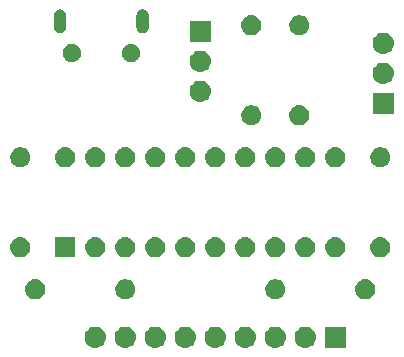
<source format=gbr>
G04 #@! TF.GenerationSoftware,KiCad,Pcbnew,(5.1.4)-1*
G04 #@! TF.CreationDate,2019-09-17T16:39:36-04:00*
G04 #@! TF.ProjectId,led_lock_ctrl,6c65645f-6c6f-4636-9b5f-6374726c2e6b,rev?*
G04 #@! TF.SameCoordinates,Original*
G04 #@! TF.FileFunction,Soldermask,Bot*
G04 #@! TF.FilePolarity,Negative*
%FSLAX46Y46*%
G04 Gerber Fmt 4.6, Leading zero omitted, Abs format (unit mm)*
G04 Created by KiCad (PCBNEW (5.1.4)-1) date 2019-09-17 16:39:36*
%MOMM*%
%LPD*%
G04 APERTURE LIST*
%ADD10C,0.100000*%
G04 APERTURE END LIST*
D10*
G36*
X172576443Y-115691519D02*
G01*
X172642627Y-115698037D01*
X172812466Y-115749557D01*
X172968991Y-115833222D01*
X173004729Y-115862552D01*
X173106186Y-115945814D01*
X173189448Y-116047271D01*
X173218778Y-116083009D01*
X173302443Y-116239534D01*
X173353963Y-116409373D01*
X173371359Y-116586000D01*
X173353963Y-116762627D01*
X173302443Y-116932466D01*
X173218778Y-117088991D01*
X173189448Y-117124729D01*
X173106186Y-117226186D01*
X173004729Y-117309448D01*
X172968991Y-117338778D01*
X172812466Y-117422443D01*
X172642627Y-117473963D01*
X172576442Y-117480482D01*
X172510260Y-117487000D01*
X172421740Y-117487000D01*
X172355558Y-117480482D01*
X172289373Y-117473963D01*
X172119534Y-117422443D01*
X171963009Y-117338778D01*
X171927271Y-117309448D01*
X171825814Y-117226186D01*
X171742552Y-117124729D01*
X171713222Y-117088991D01*
X171629557Y-116932466D01*
X171578037Y-116762627D01*
X171560641Y-116586000D01*
X171578037Y-116409373D01*
X171629557Y-116239534D01*
X171713222Y-116083009D01*
X171742552Y-116047271D01*
X171825814Y-115945814D01*
X171927271Y-115862552D01*
X171963009Y-115833222D01*
X172119534Y-115749557D01*
X172289373Y-115698037D01*
X172355557Y-115691519D01*
X172421740Y-115685000D01*
X172510260Y-115685000D01*
X172576443Y-115691519D01*
X172576443Y-115691519D01*
G37*
G36*
X175116443Y-115691519D02*
G01*
X175182627Y-115698037D01*
X175352466Y-115749557D01*
X175508991Y-115833222D01*
X175544729Y-115862552D01*
X175646186Y-115945814D01*
X175729448Y-116047271D01*
X175758778Y-116083009D01*
X175842443Y-116239534D01*
X175893963Y-116409373D01*
X175911359Y-116586000D01*
X175893963Y-116762627D01*
X175842443Y-116932466D01*
X175758778Y-117088991D01*
X175729448Y-117124729D01*
X175646186Y-117226186D01*
X175544729Y-117309448D01*
X175508991Y-117338778D01*
X175352466Y-117422443D01*
X175182627Y-117473963D01*
X175116442Y-117480482D01*
X175050260Y-117487000D01*
X174961740Y-117487000D01*
X174895558Y-117480482D01*
X174829373Y-117473963D01*
X174659534Y-117422443D01*
X174503009Y-117338778D01*
X174467271Y-117309448D01*
X174365814Y-117226186D01*
X174282552Y-117124729D01*
X174253222Y-117088991D01*
X174169557Y-116932466D01*
X174118037Y-116762627D01*
X174100641Y-116586000D01*
X174118037Y-116409373D01*
X174169557Y-116239534D01*
X174253222Y-116083009D01*
X174282552Y-116047271D01*
X174365814Y-115945814D01*
X174467271Y-115862552D01*
X174503009Y-115833222D01*
X174659534Y-115749557D01*
X174829373Y-115698037D01*
X174895557Y-115691519D01*
X174961740Y-115685000D01*
X175050260Y-115685000D01*
X175116443Y-115691519D01*
X175116443Y-115691519D01*
G37*
G36*
X177656443Y-115691519D02*
G01*
X177722627Y-115698037D01*
X177892466Y-115749557D01*
X178048991Y-115833222D01*
X178084729Y-115862552D01*
X178186186Y-115945814D01*
X178269448Y-116047271D01*
X178298778Y-116083009D01*
X178382443Y-116239534D01*
X178433963Y-116409373D01*
X178451359Y-116586000D01*
X178433963Y-116762627D01*
X178382443Y-116932466D01*
X178298778Y-117088991D01*
X178269448Y-117124729D01*
X178186186Y-117226186D01*
X178084729Y-117309448D01*
X178048991Y-117338778D01*
X177892466Y-117422443D01*
X177722627Y-117473963D01*
X177656442Y-117480482D01*
X177590260Y-117487000D01*
X177501740Y-117487000D01*
X177435558Y-117480482D01*
X177369373Y-117473963D01*
X177199534Y-117422443D01*
X177043009Y-117338778D01*
X177007271Y-117309448D01*
X176905814Y-117226186D01*
X176822552Y-117124729D01*
X176793222Y-117088991D01*
X176709557Y-116932466D01*
X176658037Y-116762627D01*
X176640641Y-116586000D01*
X176658037Y-116409373D01*
X176709557Y-116239534D01*
X176793222Y-116083009D01*
X176822552Y-116047271D01*
X176905814Y-115945814D01*
X177007271Y-115862552D01*
X177043009Y-115833222D01*
X177199534Y-115749557D01*
X177369373Y-115698037D01*
X177435557Y-115691519D01*
X177501740Y-115685000D01*
X177590260Y-115685000D01*
X177656443Y-115691519D01*
X177656443Y-115691519D01*
G37*
G36*
X180196443Y-115691519D02*
G01*
X180262627Y-115698037D01*
X180432466Y-115749557D01*
X180588991Y-115833222D01*
X180624729Y-115862552D01*
X180726186Y-115945814D01*
X180809448Y-116047271D01*
X180838778Y-116083009D01*
X180922443Y-116239534D01*
X180973963Y-116409373D01*
X180991359Y-116586000D01*
X180973963Y-116762627D01*
X180922443Y-116932466D01*
X180838778Y-117088991D01*
X180809448Y-117124729D01*
X180726186Y-117226186D01*
X180624729Y-117309448D01*
X180588991Y-117338778D01*
X180432466Y-117422443D01*
X180262627Y-117473963D01*
X180196442Y-117480482D01*
X180130260Y-117487000D01*
X180041740Y-117487000D01*
X179975558Y-117480482D01*
X179909373Y-117473963D01*
X179739534Y-117422443D01*
X179583009Y-117338778D01*
X179547271Y-117309448D01*
X179445814Y-117226186D01*
X179362552Y-117124729D01*
X179333222Y-117088991D01*
X179249557Y-116932466D01*
X179198037Y-116762627D01*
X179180641Y-116586000D01*
X179198037Y-116409373D01*
X179249557Y-116239534D01*
X179333222Y-116083009D01*
X179362552Y-116047271D01*
X179445814Y-115945814D01*
X179547271Y-115862552D01*
X179583009Y-115833222D01*
X179739534Y-115749557D01*
X179909373Y-115698037D01*
X179975557Y-115691519D01*
X180041740Y-115685000D01*
X180130260Y-115685000D01*
X180196443Y-115691519D01*
X180196443Y-115691519D01*
G37*
G36*
X182736443Y-115691519D02*
G01*
X182802627Y-115698037D01*
X182972466Y-115749557D01*
X183128991Y-115833222D01*
X183164729Y-115862552D01*
X183266186Y-115945814D01*
X183349448Y-116047271D01*
X183378778Y-116083009D01*
X183462443Y-116239534D01*
X183513963Y-116409373D01*
X183531359Y-116586000D01*
X183513963Y-116762627D01*
X183462443Y-116932466D01*
X183378778Y-117088991D01*
X183349448Y-117124729D01*
X183266186Y-117226186D01*
X183164729Y-117309448D01*
X183128991Y-117338778D01*
X182972466Y-117422443D01*
X182802627Y-117473963D01*
X182736442Y-117480482D01*
X182670260Y-117487000D01*
X182581740Y-117487000D01*
X182515558Y-117480482D01*
X182449373Y-117473963D01*
X182279534Y-117422443D01*
X182123009Y-117338778D01*
X182087271Y-117309448D01*
X181985814Y-117226186D01*
X181902552Y-117124729D01*
X181873222Y-117088991D01*
X181789557Y-116932466D01*
X181738037Y-116762627D01*
X181720641Y-116586000D01*
X181738037Y-116409373D01*
X181789557Y-116239534D01*
X181873222Y-116083009D01*
X181902552Y-116047271D01*
X181985814Y-115945814D01*
X182087271Y-115862552D01*
X182123009Y-115833222D01*
X182279534Y-115749557D01*
X182449373Y-115698037D01*
X182515557Y-115691519D01*
X182581740Y-115685000D01*
X182670260Y-115685000D01*
X182736443Y-115691519D01*
X182736443Y-115691519D01*
G37*
G36*
X185276443Y-115691519D02*
G01*
X185342627Y-115698037D01*
X185512466Y-115749557D01*
X185668991Y-115833222D01*
X185704729Y-115862552D01*
X185806186Y-115945814D01*
X185889448Y-116047271D01*
X185918778Y-116083009D01*
X186002443Y-116239534D01*
X186053963Y-116409373D01*
X186071359Y-116586000D01*
X186053963Y-116762627D01*
X186002443Y-116932466D01*
X185918778Y-117088991D01*
X185889448Y-117124729D01*
X185806186Y-117226186D01*
X185704729Y-117309448D01*
X185668991Y-117338778D01*
X185512466Y-117422443D01*
X185342627Y-117473963D01*
X185276442Y-117480482D01*
X185210260Y-117487000D01*
X185121740Y-117487000D01*
X185055558Y-117480482D01*
X184989373Y-117473963D01*
X184819534Y-117422443D01*
X184663009Y-117338778D01*
X184627271Y-117309448D01*
X184525814Y-117226186D01*
X184442552Y-117124729D01*
X184413222Y-117088991D01*
X184329557Y-116932466D01*
X184278037Y-116762627D01*
X184260641Y-116586000D01*
X184278037Y-116409373D01*
X184329557Y-116239534D01*
X184413222Y-116083009D01*
X184442552Y-116047271D01*
X184525814Y-115945814D01*
X184627271Y-115862552D01*
X184663009Y-115833222D01*
X184819534Y-115749557D01*
X184989373Y-115698037D01*
X185055557Y-115691519D01*
X185121740Y-115685000D01*
X185210260Y-115685000D01*
X185276443Y-115691519D01*
X185276443Y-115691519D01*
G37*
G36*
X187816443Y-115691519D02*
G01*
X187882627Y-115698037D01*
X188052466Y-115749557D01*
X188208991Y-115833222D01*
X188244729Y-115862552D01*
X188346186Y-115945814D01*
X188429448Y-116047271D01*
X188458778Y-116083009D01*
X188542443Y-116239534D01*
X188593963Y-116409373D01*
X188611359Y-116586000D01*
X188593963Y-116762627D01*
X188542443Y-116932466D01*
X188458778Y-117088991D01*
X188429448Y-117124729D01*
X188346186Y-117226186D01*
X188244729Y-117309448D01*
X188208991Y-117338778D01*
X188052466Y-117422443D01*
X187882627Y-117473963D01*
X187816442Y-117480482D01*
X187750260Y-117487000D01*
X187661740Y-117487000D01*
X187595558Y-117480482D01*
X187529373Y-117473963D01*
X187359534Y-117422443D01*
X187203009Y-117338778D01*
X187167271Y-117309448D01*
X187065814Y-117226186D01*
X186982552Y-117124729D01*
X186953222Y-117088991D01*
X186869557Y-116932466D01*
X186818037Y-116762627D01*
X186800641Y-116586000D01*
X186818037Y-116409373D01*
X186869557Y-116239534D01*
X186953222Y-116083009D01*
X186982552Y-116047271D01*
X187065814Y-115945814D01*
X187167271Y-115862552D01*
X187203009Y-115833222D01*
X187359534Y-115749557D01*
X187529373Y-115698037D01*
X187595557Y-115691519D01*
X187661740Y-115685000D01*
X187750260Y-115685000D01*
X187816443Y-115691519D01*
X187816443Y-115691519D01*
G37*
G36*
X193687000Y-117487000D02*
G01*
X191885000Y-117487000D01*
X191885000Y-115685000D01*
X193687000Y-115685000D01*
X193687000Y-117487000D01*
X193687000Y-117487000D01*
G37*
G36*
X190356443Y-115691519D02*
G01*
X190422627Y-115698037D01*
X190592466Y-115749557D01*
X190748991Y-115833222D01*
X190784729Y-115862552D01*
X190886186Y-115945814D01*
X190969448Y-116047271D01*
X190998778Y-116083009D01*
X191082443Y-116239534D01*
X191133963Y-116409373D01*
X191151359Y-116586000D01*
X191133963Y-116762627D01*
X191082443Y-116932466D01*
X190998778Y-117088991D01*
X190969448Y-117124729D01*
X190886186Y-117226186D01*
X190784729Y-117309448D01*
X190748991Y-117338778D01*
X190592466Y-117422443D01*
X190422627Y-117473963D01*
X190356442Y-117480482D01*
X190290260Y-117487000D01*
X190201740Y-117487000D01*
X190135558Y-117480482D01*
X190069373Y-117473963D01*
X189899534Y-117422443D01*
X189743009Y-117338778D01*
X189707271Y-117309448D01*
X189605814Y-117226186D01*
X189522552Y-117124729D01*
X189493222Y-117088991D01*
X189409557Y-116932466D01*
X189358037Y-116762627D01*
X189340641Y-116586000D01*
X189358037Y-116409373D01*
X189409557Y-116239534D01*
X189493222Y-116083009D01*
X189522552Y-116047271D01*
X189605814Y-115945814D01*
X189707271Y-115862552D01*
X189743009Y-115833222D01*
X189899534Y-115749557D01*
X190069373Y-115698037D01*
X190135557Y-115691519D01*
X190201740Y-115685000D01*
X190290260Y-115685000D01*
X190356443Y-115691519D01*
X190356443Y-115691519D01*
G37*
G36*
X167552823Y-111683313D02*
G01*
X167713242Y-111731976D01*
X167780361Y-111767852D01*
X167861078Y-111810996D01*
X167990659Y-111917341D01*
X168097004Y-112046922D01*
X168097005Y-112046924D01*
X168176024Y-112194758D01*
X168224687Y-112355177D01*
X168241117Y-112522000D01*
X168224687Y-112688823D01*
X168176024Y-112849242D01*
X168135477Y-112925100D01*
X168097004Y-112997078D01*
X167990659Y-113126659D01*
X167861078Y-113233004D01*
X167861076Y-113233005D01*
X167713242Y-113312024D01*
X167552823Y-113360687D01*
X167427804Y-113373000D01*
X167344196Y-113373000D01*
X167219177Y-113360687D01*
X167058758Y-113312024D01*
X166910924Y-113233005D01*
X166910922Y-113233004D01*
X166781341Y-113126659D01*
X166674996Y-112997078D01*
X166636523Y-112925100D01*
X166595976Y-112849242D01*
X166547313Y-112688823D01*
X166530883Y-112522000D01*
X166547313Y-112355177D01*
X166595976Y-112194758D01*
X166674995Y-112046924D01*
X166674996Y-112046922D01*
X166781341Y-111917341D01*
X166910922Y-111810996D01*
X166991639Y-111767852D01*
X167058758Y-111731976D01*
X167219177Y-111683313D01*
X167344196Y-111671000D01*
X167427804Y-111671000D01*
X167552823Y-111683313D01*
X167552823Y-111683313D01*
G37*
G36*
X175254228Y-111703703D02*
G01*
X175409100Y-111767853D01*
X175548481Y-111860985D01*
X175667015Y-111979519D01*
X175760147Y-112118900D01*
X175824297Y-112273772D01*
X175857000Y-112438184D01*
X175857000Y-112605816D01*
X175824297Y-112770228D01*
X175760147Y-112925100D01*
X175667015Y-113064481D01*
X175548481Y-113183015D01*
X175409100Y-113276147D01*
X175254228Y-113340297D01*
X175089816Y-113373000D01*
X174922184Y-113373000D01*
X174757772Y-113340297D01*
X174602900Y-113276147D01*
X174463519Y-113183015D01*
X174344985Y-113064481D01*
X174251853Y-112925100D01*
X174187703Y-112770228D01*
X174155000Y-112605816D01*
X174155000Y-112438184D01*
X174187703Y-112273772D01*
X174251853Y-112118900D01*
X174344985Y-111979519D01*
X174463519Y-111860985D01*
X174602900Y-111767853D01*
X174757772Y-111703703D01*
X174922184Y-111671000D01*
X175089816Y-111671000D01*
X175254228Y-111703703D01*
X175254228Y-111703703D01*
G37*
G36*
X187954228Y-111703703D02*
G01*
X188109100Y-111767853D01*
X188248481Y-111860985D01*
X188367015Y-111979519D01*
X188460147Y-112118900D01*
X188524297Y-112273772D01*
X188557000Y-112438184D01*
X188557000Y-112605816D01*
X188524297Y-112770228D01*
X188460147Y-112925100D01*
X188367015Y-113064481D01*
X188248481Y-113183015D01*
X188109100Y-113276147D01*
X187954228Y-113340297D01*
X187789816Y-113373000D01*
X187622184Y-113373000D01*
X187457772Y-113340297D01*
X187302900Y-113276147D01*
X187163519Y-113183015D01*
X187044985Y-113064481D01*
X186951853Y-112925100D01*
X186887703Y-112770228D01*
X186855000Y-112605816D01*
X186855000Y-112438184D01*
X186887703Y-112273772D01*
X186951853Y-112118900D01*
X187044985Y-111979519D01*
X187163519Y-111860985D01*
X187302900Y-111767853D01*
X187457772Y-111703703D01*
X187622184Y-111671000D01*
X187789816Y-111671000D01*
X187954228Y-111703703D01*
X187954228Y-111703703D01*
G37*
G36*
X195492823Y-111683313D02*
G01*
X195653242Y-111731976D01*
X195720361Y-111767852D01*
X195801078Y-111810996D01*
X195930659Y-111917341D01*
X196037004Y-112046922D01*
X196037005Y-112046924D01*
X196116024Y-112194758D01*
X196164687Y-112355177D01*
X196181117Y-112522000D01*
X196164687Y-112688823D01*
X196116024Y-112849242D01*
X196075477Y-112925100D01*
X196037004Y-112997078D01*
X195930659Y-113126659D01*
X195801078Y-113233004D01*
X195801076Y-113233005D01*
X195653242Y-113312024D01*
X195492823Y-113360687D01*
X195367804Y-113373000D01*
X195284196Y-113373000D01*
X195159177Y-113360687D01*
X194998758Y-113312024D01*
X194850924Y-113233005D01*
X194850922Y-113233004D01*
X194721341Y-113126659D01*
X194614996Y-112997078D01*
X194576523Y-112925100D01*
X194535976Y-112849242D01*
X194487313Y-112688823D01*
X194470883Y-112522000D01*
X194487313Y-112355177D01*
X194535976Y-112194758D01*
X194614995Y-112046924D01*
X194614996Y-112046922D01*
X194721341Y-111917341D01*
X194850922Y-111810996D01*
X194931639Y-111767852D01*
X194998758Y-111731976D01*
X195159177Y-111683313D01*
X195284196Y-111671000D01*
X195367804Y-111671000D01*
X195492823Y-111683313D01*
X195492823Y-111683313D01*
G37*
G36*
X185332823Y-108127313D02*
G01*
X185493242Y-108175976D01*
X185625906Y-108246886D01*
X185641078Y-108254996D01*
X185770659Y-108361341D01*
X185877004Y-108490922D01*
X185877005Y-108490924D01*
X185956024Y-108638758D01*
X186004687Y-108799177D01*
X186021117Y-108966000D01*
X186004687Y-109132823D01*
X185956024Y-109293242D01*
X185885114Y-109425906D01*
X185877004Y-109441078D01*
X185770659Y-109570659D01*
X185641078Y-109677004D01*
X185641076Y-109677005D01*
X185493242Y-109756024D01*
X185332823Y-109804687D01*
X185207804Y-109817000D01*
X185124196Y-109817000D01*
X184999177Y-109804687D01*
X184838758Y-109756024D01*
X184690924Y-109677005D01*
X184690922Y-109677004D01*
X184561341Y-109570659D01*
X184454996Y-109441078D01*
X184446886Y-109425906D01*
X184375976Y-109293242D01*
X184327313Y-109132823D01*
X184310883Y-108966000D01*
X184327313Y-108799177D01*
X184375976Y-108638758D01*
X184454995Y-108490924D01*
X184454996Y-108490922D01*
X184561341Y-108361341D01*
X184690922Y-108254996D01*
X184706094Y-108246886D01*
X184838758Y-108175976D01*
X184999177Y-108127313D01*
X185124196Y-108115000D01*
X185207804Y-108115000D01*
X185332823Y-108127313D01*
X185332823Y-108127313D01*
G37*
G36*
X170777000Y-109817000D02*
G01*
X169075000Y-109817000D01*
X169075000Y-108115000D01*
X170777000Y-108115000D01*
X170777000Y-109817000D01*
X170777000Y-109817000D01*
G37*
G36*
X172632823Y-108127313D02*
G01*
X172793242Y-108175976D01*
X172925906Y-108246886D01*
X172941078Y-108254996D01*
X173070659Y-108361341D01*
X173177004Y-108490922D01*
X173177005Y-108490924D01*
X173256024Y-108638758D01*
X173304687Y-108799177D01*
X173321117Y-108966000D01*
X173304687Y-109132823D01*
X173256024Y-109293242D01*
X173185114Y-109425906D01*
X173177004Y-109441078D01*
X173070659Y-109570659D01*
X172941078Y-109677004D01*
X172941076Y-109677005D01*
X172793242Y-109756024D01*
X172632823Y-109804687D01*
X172507804Y-109817000D01*
X172424196Y-109817000D01*
X172299177Y-109804687D01*
X172138758Y-109756024D01*
X171990924Y-109677005D01*
X171990922Y-109677004D01*
X171861341Y-109570659D01*
X171754996Y-109441078D01*
X171746886Y-109425906D01*
X171675976Y-109293242D01*
X171627313Y-109132823D01*
X171610883Y-108966000D01*
X171627313Y-108799177D01*
X171675976Y-108638758D01*
X171754995Y-108490924D01*
X171754996Y-108490922D01*
X171861341Y-108361341D01*
X171990922Y-108254996D01*
X172006094Y-108246886D01*
X172138758Y-108175976D01*
X172299177Y-108127313D01*
X172424196Y-108115000D01*
X172507804Y-108115000D01*
X172632823Y-108127313D01*
X172632823Y-108127313D01*
G37*
G36*
X175172823Y-108127313D02*
G01*
X175333242Y-108175976D01*
X175465906Y-108246886D01*
X175481078Y-108254996D01*
X175610659Y-108361341D01*
X175717004Y-108490922D01*
X175717005Y-108490924D01*
X175796024Y-108638758D01*
X175844687Y-108799177D01*
X175861117Y-108966000D01*
X175844687Y-109132823D01*
X175796024Y-109293242D01*
X175725114Y-109425906D01*
X175717004Y-109441078D01*
X175610659Y-109570659D01*
X175481078Y-109677004D01*
X175481076Y-109677005D01*
X175333242Y-109756024D01*
X175172823Y-109804687D01*
X175047804Y-109817000D01*
X174964196Y-109817000D01*
X174839177Y-109804687D01*
X174678758Y-109756024D01*
X174530924Y-109677005D01*
X174530922Y-109677004D01*
X174401341Y-109570659D01*
X174294996Y-109441078D01*
X174286886Y-109425906D01*
X174215976Y-109293242D01*
X174167313Y-109132823D01*
X174150883Y-108966000D01*
X174167313Y-108799177D01*
X174215976Y-108638758D01*
X174294995Y-108490924D01*
X174294996Y-108490922D01*
X174401341Y-108361341D01*
X174530922Y-108254996D01*
X174546094Y-108246886D01*
X174678758Y-108175976D01*
X174839177Y-108127313D01*
X174964196Y-108115000D01*
X175047804Y-108115000D01*
X175172823Y-108127313D01*
X175172823Y-108127313D01*
G37*
G36*
X177712823Y-108127313D02*
G01*
X177873242Y-108175976D01*
X178005906Y-108246886D01*
X178021078Y-108254996D01*
X178150659Y-108361341D01*
X178257004Y-108490922D01*
X178257005Y-108490924D01*
X178336024Y-108638758D01*
X178384687Y-108799177D01*
X178401117Y-108966000D01*
X178384687Y-109132823D01*
X178336024Y-109293242D01*
X178265114Y-109425906D01*
X178257004Y-109441078D01*
X178150659Y-109570659D01*
X178021078Y-109677004D01*
X178021076Y-109677005D01*
X177873242Y-109756024D01*
X177712823Y-109804687D01*
X177587804Y-109817000D01*
X177504196Y-109817000D01*
X177379177Y-109804687D01*
X177218758Y-109756024D01*
X177070924Y-109677005D01*
X177070922Y-109677004D01*
X176941341Y-109570659D01*
X176834996Y-109441078D01*
X176826886Y-109425906D01*
X176755976Y-109293242D01*
X176707313Y-109132823D01*
X176690883Y-108966000D01*
X176707313Y-108799177D01*
X176755976Y-108638758D01*
X176834995Y-108490924D01*
X176834996Y-108490922D01*
X176941341Y-108361341D01*
X177070922Y-108254996D01*
X177086094Y-108246886D01*
X177218758Y-108175976D01*
X177379177Y-108127313D01*
X177504196Y-108115000D01*
X177587804Y-108115000D01*
X177712823Y-108127313D01*
X177712823Y-108127313D01*
G37*
G36*
X180252823Y-108127313D02*
G01*
X180413242Y-108175976D01*
X180545906Y-108246886D01*
X180561078Y-108254996D01*
X180690659Y-108361341D01*
X180797004Y-108490922D01*
X180797005Y-108490924D01*
X180876024Y-108638758D01*
X180924687Y-108799177D01*
X180941117Y-108966000D01*
X180924687Y-109132823D01*
X180876024Y-109293242D01*
X180805114Y-109425906D01*
X180797004Y-109441078D01*
X180690659Y-109570659D01*
X180561078Y-109677004D01*
X180561076Y-109677005D01*
X180413242Y-109756024D01*
X180252823Y-109804687D01*
X180127804Y-109817000D01*
X180044196Y-109817000D01*
X179919177Y-109804687D01*
X179758758Y-109756024D01*
X179610924Y-109677005D01*
X179610922Y-109677004D01*
X179481341Y-109570659D01*
X179374996Y-109441078D01*
X179366886Y-109425906D01*
X179295976Y-109293242D01*
X179247313Y-109132823D01*
X179230883Y-108966000D01*
X179247313Y-108799177D01*
X179295976Y-108638758D01*
X179374995Y-108490924D01*
X179374996Y-108490922D01*
X179481341Y-108361341D01*
X179610922Y-108254996D01*
X179626094Y-108246886D01*
X179758758Y-108175976D01*
X179919177Y-108127313D01*
X180044196Y-108115000D01*
X180127804Y-108115000D01*
X180252823Y-108127313D01*
X180252823Y-108127313D01*
G37*
G36*
X166282823Y-108127313D02*
G01*
X166443242Y-108175976D01*
X166575906Y-108246886D01*
X166591078Y-108254996D01*
X166720659Y-108361341D01*
X166827004Y-108490922D01*
X166827005Y-108490924D01*
X166906024Y-108638758D01*
X166954687Y-108799177D01*
X166971117Y-108966000D01*
X166954687Y-109132823D01*
X166906024Y-109293242D01*
X166835114Y-109425906D01*
X166827004Y-109441078D01*
X166720659Y-109570659D01*
X166591078Y-109677004D01*
X166591076Y-109677005D01*
X166443242Y-109756024D01*
X166282823Y-109804687D01*
X166157804Y-109817000D01*
X166074196Y-109817000D01*
X165949177Y-109804687D01*
X165788758Y-109756024D01*
X165640924Y-109677005D01*
X165640922Y-109677004D01*
X165511341Y-109570659D01*
X165404996Y-109441078D01*
X165396886Y-109425906D01*
X165325976Y-109293242D01*
X165277313Y-109132823D01*
X165260883Y-108966000D01*
X165277313Y-108799177D01*
X165325976Y-108638758D01*
X165404995Y-108490924D01*
X165404996Y-108490922D01*
X165511341Y-108361341D01*
X165640922Y-108254996D01*
X165656094Y-108246886D01*
X165788758Y-108175976D01*
X165949177Y-108127313D01*
X166074196Y-108115000D01*
X166157804Y-108115000D01*
X166282823Y-108127313D01*
X166282823Y-108127313D01*
G37*
G36*
X196762823Y-108127313D02*
G01*
X196923242Y-108175976D01*
X197055906Y-108246886D01*
X197071078Y-108254996D01*
X197200659Y-108361341D01*
X197307004Y-108490922D01*
X197307005Y-108490924D01*
X197386024Y-108638758D01*
X197434687Y-108799177D01*
X197451117Y-108966000D01*
X197434687Y-109132823D01*
X197386024Y-109293242D01*
X197315114Y-109425906D01*
X197307004Y-109441078D01*
X197200659Y-109570659D01*
X197071078Y-109677004D01*
X197071076Y-109677005D01*
X196923242Y-109756024D01*
X196762823Y-109804687D01*
X196637804Y-109817000D01*
X196554196Y-109817000D01*
X196429177Y-109804687D01*
X196268758Y-109756024D01*
X196120924Y-109677005D01*
X196120922Y-109677004D01*
X195991341Y-109570659D01*
X195884996Y-109441078D01*
X195876886Y-109425906D01*
X195805976Y-109293242D01*
X195757313Y-109132823D01*
X195740883Y-108966000D01*
X195757313Y-108799177D01*
X195805976Y-108638758D01*
X195884995Y-108490924D01*
X195884996Y-108490922D01*
X195991341Y-108361341D01*
X196120922Y-108254996D01*
X196136094Y-108246886D01*
X196268758Y-108175976D01*
X196429177Y-108127313D01*
X196554196Y-108115000D01*
X196637804Y-108115000D01*
X196762823Y-108127313D01*
X196762823Y-108127313D01*
G37*
G36*
X192952823Y-108127313D02*
G01*
X193113242Y-108175976D01*
X193245906Y-108246886D01*
X193261078Y-108254996D01*
X193390659Y-108361341D01*
X193497004Y-108490922D01*
X193497005Y-108490924D01*
X193576024Y-108638758D01*
X193624687Y-108799177D01*
X193641117Y-108966000D01*
X193624687Y-109132823D01*
X193576024Y-109293242D01*
X193505114Y-109425906D01*
X193497004Y-109441078D01*
X193390659Y-109570659D01*
X193261078Y-109677004D01*
X193261076Y-109677005D01*
X193113242Y-109756024D01*
X192952823Y-109804687D01*
X192827804Y-109817000D01*
X192744196Y-109817000D01*
X192619177Y-109804687D01*
X192458758Y-109756024D01*
X192310924Y-109677005D01*
X192310922Y-109677004D01*
X192181341Y-109570659D01*
X192074996Y-109441078D01*
X192066886Y-109425906D01*
X191995976Y-109293242D01*
X191947313Y-109132823D01*
X191930883Y-108966000D01*
X191947313Y-108799177D01*
X191995976Y-108638758D01*
X192074995Y-108490924D01*
X192074996Y-108490922D01*
X192181341Y-108361341D01*
X192310922Y-108254996D01*
X192326094Y-108246886D01*
X192458758Y-108175976D01*
X192619177Y-108127313D01*
X192744196Y-108115000D01*
X192827804Y-108115000D01*
X192952823Y-108127313D01*
X192952823Y-108127313D01*
G37*
G36*
X190412823Y-108127313D02*
G01*
X190573242Y-108175976D01*
X190705906Y-108246886D01*
X190721078Y-108254996D01*
X190850659Y-108361341D01*
X190957004Y-108490922D01*
X190957005Y-108490924D01*
X191036024Y-108638758D01*
X191084687Y-108799177D01*
X191101117Y-108966000D01*
X191084687Y-109132823D01*
X191036024Y-109293242D01*
X190965114Y-109425906D01*
X190957004Y-109441078D01*
X190850659Y-109570659D01*
X190721078Y-109677004D01*
X190721076Y-109677005D01*
X190573242Y-109756024D01*
X190412823Y-109804687D01*
X190287804Y-109817000D01*
X190204196Y-109817000D01*
X190079177Y-109804687D01*
X189918758Y-109756024D01*
X189770924Y-109677005D01*
X189770922Y-109677004D01*
X189641341Y-109570659D01*
X189534996Y-109441078D01*
X189526886Y-109425906D01*
X189455976Y-109293242D01*
X189407313Y-109132823D01*
X189390883Y-108966000D01*
X189407313Y-108799177D01*
X189455976Y-108638758D01*
X189534995Y-108490924D01*
X189534996Y-108490922D01*
X189641341Y-108361341D01*
X189770922Y-108254996D01*
X189786094Y-108246886D01*
X189918758Y-108175976D01*
X190079177Y-108127313D01*
X190204196Y-108115000D01*
X190287804Y-108115000D01*
X190412823Y-108127313D01*
X190412823Y-108127313D01*
G37*
G36*
X182792823Y-108127313D02*
G01*
X182953242Y-108175976D01*
X183085906Y-108246886D01*
X183101078Y-108254996D01*
X183230659Y-108361341D01*
X183337004Y-108490922D01*
X183337005Y-108490924D01*
X183416024Y-108638758D01*
X183464687Y-108799177D01*
X183481117Y-108966000D01*
X183464687Y-109132823D01*
X183416024Y-109293242D01*
X183345114Y-109425906D01*
X183337004Y-109441078D01*
X183230659Y-109570659D01*
X183101078Y-109677004D01*
X183101076Y-109677005D01*
X182953242Y-109756024D01*
X182792823Y-109804687D01*
X182667804Y-109817000D01*
X182584196Y-109817000D01*
X182459177Y-109804687D01*
X182298758Y-109756024D01*
X182150924Y-109677005D01*
X182150922Y-109677004D01*
X182021341Y-109570659D01*
X181914996Y-109441078D01*
X181906886Y-109425906D01*
X181835976Y-109293242D01*
X181787313Y-109132823D01*
X181770883Y-108966000D01*
X181787313Y-108799177D01*
X181835976Y-108638758D01*
X181914995Y-108490924D01*
X181914996Y-108490922D01*
X182021341Y-108361341D01*
X182150922Y-108254996D01*
X182166094Y-108246886D01*
X182298758Y-108175976D01*
X182459177Y-108127313D01*
X182584196Y-108115000D01*
X182667804Y-108115000D01*
X182792823Y-108127313D01*
X182792823Y-108127313D01*
G37*
G36*
X187872823Y-108127313D02*
G01*
X188033242Y-108175976D01*
X188165906Y-108246886D01*
X188181078Y-108254996D01*
X188310659Y-108361341D01*
X188417004Y-108490922D01*
X188417005Y-108490924D01*
X188496024Y-108638758D01*
X188544687Y-108799177D01*
X188561117Y-108966000D01*
X188544687Y-109132823D01*
X188496024Y-109293242D01*
X188425114Y-109425906D01*
X188417004Y-109441078D01*
X188310659Y-109570659D01*
X188181078Y-109677004D01*
X188181076Y-109677005D01*
X188033242Y-109756024D01*
X187872823Y-109804687D01*
X187747804Y-109817000D01*
X187664196Y-109817000D01*
X187539177Y-109804687D01*
X187378758Y-109756024D01*
X187230924Y-109677005D01*
X187230922Y-109677004D01*
X187101341Y-109570659D01*
X186994996Y-109441078D01*
X186986886Y-109425906D01*
X186915976Y-109293242D01*
X186867313Y-109132823D01*
X186850883Y-108966000D01*
X186867313Y-108799177D01*
X186915976Y-108638758D01*
X186994995Y-108490924D01*
X186994996Y-108490922D01*
X187101341Y-108361341D01*
X187230922Y-108254996D01*
X187246094Y-108246886D01*
X187378758Y-108175976D01*
X187539177Y-108127313D01*
X187664196Y-108115000D01*
X187747804Y-108115000D01*
X187872823Y-108127313D01*
X187872823Y-108127313D01*
G37*
G36*
X182792823Y-100507313D02*
G01*
X182953242Y-100555976D01*
X183020361Y-100591852D01*
X183101078Y-100634996D01*
X183230659Y-100741341D01*
X183337004Y-100870922D01*
X183337005Y-100870924D01*
X183416024Y-101018758D01*
X183464687Y-101179177D01*
X183481117Y-101346000D01*
X183464687Y-101512823D01*
X183416024Y-101673242D01*
X183375477Y-101749100D01*
X183337004Y-101821078D01*
X183230659Y-101950659D01*
X183101078Y-102057004D01*
X183101076Y-102057005D01*
X182953242Y-102136024D01*
X182792823Y-102184687D01*
X182667804Y-102197000D01*
X182584196Y-102197000D01*
X182459177Y-102184687D01*
X182298758Y-102136024D01*
X182150924Y-102057005D01*
X182150922Y-102057004D01*
X182021341Y-101950659D01*
X181914996Y-101821078D01*
X181876523Y-101749100D01*
X181835976Y-101673242D01*
X181787313Y-101512823D01*
X181770883Y-101346000D01*
X181787313Y-101179177D01*
X181835976Y-101018758D01*
X181914995Y-100870924D01*
X181914996Y-100870922D01*
X182021341Y-100741341D01*
X182150922Y-100634996D01*
X182231639Y-100591852D01*
X182298758Y-100555976D01*
X182459177Y-100507313D01*
X182584196Y-100495000D01*
X182667804Y-100495000D01*
X182792823Y-100507313D01*
X182792823Y-100507313D01*
G37*
G36*
X170092823Y-100507313D02*
G01*
X170253242Y-100555976D01*
X170320361Y-100591852D01*
X170401078Y-100634996D01*
X170530659Y-100741341D01*
X170637004Y-100870922D01*
X170637005Y-100870924D01*
X170716024Y-101018758D01*
X170764687Y-101179177D01*
X170781117Y-101346000D01*
X170764687Y-101512823D01*
X170716024Y-101673242D01*
X170675477Y-101749100D01*
X170637004Y-101821078D01*
X170530659Y-101950659D01*
X170401078Y-102057004D01*
X170401076Y-102057005D01*
X170253242Y-102136024D01*
X170092823Y-102184687D01*
X169967804Y-102197000D01*
X169884196Y-102197000D01*
X169759177Y-102184687D01*
X169598758Y-102136024D01*
X169450924Y-102057005D01*
X169450922Y-102057004D01*
X169321341Y-101950659D01*
X169214996Y-101821078D01*
X169176523Y-101749100D01*
X169135976Y-101673242D01*
X169087313Y-101512823D01*
X169070883Y-101346000D01*
X169087313Y-101179177D01*
X169135976Y-101018758D01*
X169214995Y-100870924D01*
X169214996Y-100870922D01*
X169321341Y-100741341D01*
X169450922Y-100634996D01*
X169531639Y-100591852D01*
X169598758Y-100555976D01*
X169759177Y-100507313D01*
X169884196Y-100495000D01*
X169967804Y-100495000D01*
X170092823Y-100507313D01*
X170092823Y-100507313D01*
G37*
G36*
X172632823Y-100507313D02*
G01*
X172793242Y-100555976D01*
X172860361Y-100591852D01*
X172941078Y-100634996D01*
X173070659Y-100741341D01*
X173177004Y-100870922D01*
X173177005Y-100870924D01*
X173256024Y-101018758D01*
X173304687Y-101179177D01*
X173321117Y-101346000D01*
X173304687Y-101512823D01*
X173256024Y-101673242D01*
X173215477Y-101749100D01*
X173177004Y-101821078D01*
X173070659Y-101950659D01*
X172941078Y-102057004D01*
X172941076Y-102057005D01*
X172793242Y-102136024D01*
X172632823Y-102184687D01*
X172507804Y-102197000D01*
X172424196Y-102197000D01*
X172299177Y-102184687D01*
X172138758Y-102136024D01*
X171990924Y-102057005D01*
X171990922Y-102057004D01*
X171861341Y-101950659D01*
X171754996Y-101821078D01*
X171716523Y-101749100D01*
X171675976Y-101673242D01*
X171627313Y-101512823D01*
X171610883Y-101346000D01*
X171627313Y-101179177D01*
X171675976Y-101018758D01*
X171754995Y-100870924D01*
X171754996Y-100870922D01*
X171861341Y-100741341D01*
X171990922Y-100634996D01*
X172071639Y-100591852D01*
X172138758Y-100555976D01*
X172299177Y-100507313D01*
X172424196Y-100495000D01*
X172507804Y-100495000D01*
X172632823Y-100507313D01*
X172632823Y-100507313D01*
G37*
G36*
X175172823Y-100507313D02*
G01*
X175333242Y-100555976D01*
X175400361Y-100591852D01*
X175481078Y-100634996D01*
X175610659Y-100741341D01*
X175717004Y-100870922D01*
X175717005Y-100870924D01*
X175796024Y-101018758D01*
X175844687Y-101179177D01*
X175861117Y-101346000D01*
X175844687Y-101512823D01*
X175796024Y-101673242D01*
X175755477Y-101749100D01*
X175717004Y-101821078D01*
X175610659Y-101950659D01*
X175481078Y-102057004D01*
X175481076Y-102057005D01*
X175333242Y-102136024D01*
X175172823Y-102184687D01*
X175047804Y-102197000D01*
X174964196Y-102197000D01*
X174839177Y-102184687D01*
X174678758Y-102136024D01*
X174530924Y-102057005D01*
X174530922Y-102057004D01*
X174401341Y-101950659D01*
X174294996Y-101821078D01*
X174256523Y-101749100D01*
X174215976Y-101673242D01*
X174167313Y-101512823D01*
X174150883Y-101346000D01*
X174167313Y-101179177D01*
X174215976Y-101018758D01*
X174294995Y-100870924D01*
X174294996Y-100870922D01*
X174401341Y-100741341D01*
X174530922Y-100634996D01*
X174611639Y-100591852D01*
X174678758Y-100555976D01*
X174839177Y-100507313D01*
X174964196Y-100495000D01*
X175047804Y-100495000D01*
X175172823Y-100507313D01*
X175172823Y-100507313D01*
G37*
G36*
X177712823Y-100507313D02*
G01*
X177873242Y-100555976D01*
X177940361Y-100591852D01*
X178021078Y-100634996D01*
X178150659Y-100741341D01*
X178257004Y-100870922D01*
X178257005Y-100870924D01*
X178336024Y-101018758D01*
X178384687Y-101179177D01*
X178401117Y-101346000D01*
X178384687Y-101512823D01*
X178336024Y-101673242D01*
X178295477Y-101749100D01*
X178257004Y-101821078D01*
X178150659Y-101950659D01*
X178021078Y-102057004D01*
X178021076Y-102057005D01*
X177873242Y-102136024D01*
X177712823Y-102184687D01*
X177587804Y-102197000D01*
X177504196Y-102197000D01*
X177379177Y-102184687D01*
X177218758Y-102136024D01*
X177070924Y-102057005D01*
X177070922Y-102057004D01*
X176941341Y-101950659D01*
X176834996Y-101821078D01*
X176796523Y-101749100D01*
X176755976Y-101673242D01*
X176707313Y-101512823D01*
X176690883Y-101346000D01*
X176707313Y-101179177D01*
X176755976Y-101018758D01*
X176834995Y-100870924D01*
X176834996Y-100870922D01*
X176941341Y-100741341D01*
X177070922Y-100634996D01*
X177151639Y-100591852D01*
X177218758Y-100555976D01*
X177379177Y-100507313D01*
X177504196Y-100495000D01*
X177587804Y-100495000D01*
X177712823Y-100507313D01*
X177712823Y-100507313D01*
G37*
G36*
X166364228Y-100527703D02*
G01*
X166519100Y-100591853D01*
X166658481Y-100684985D01*
X166777015Y-100803519D01*
X166870147Y-100942900D01*
X166934297Y-101097772D01*
X166967000Y-101262184D01*
X166967000Y-101429816D01*
X166934297Y-101594228D01*
X166870147Y-101749100D01*
X166777015Y-101888481D01*
X166658481Y-102007015D01*
X166519100Y-102100147D01*
X166364228Y-102164297D01*
X166199816Y-102197000D01*
X166032184Y-102197000D01*
X165867772Y-102164297D01*
X165712900Y-102100147D01*
X165573519Y-102007015D01*
X165454985Y-101888481D01*
X165361853Y-101749100D01*
X165297703Y-101594228D01*
X165265000Y-101429816D01*
X165265000Y-101262184D01*
X165297703Y-101097772D01*
X165361853Y-100942900D01*
X165454985Y-100803519D01*
X165573519Y-100684985D01*
X165712900Y-100591853D01*
X165867772Y-100527703D01*
X166032184Y-100495000D01*
X166199816Y-100495000D01*
X166364228Y-100527703D01*
X166364228Y-100527703D01*
G37*
G36*
X190412823Y-100507313D02*
G01*
X190573242Y-100555976D01*
X190640361Y-100591852D01*
X190721078Y-100634996D01*
X190850659Y-100741341D01*
X190957004Y-100870922D01*
X190957005Y-100870924D01*
X191036024Y-101018758D01*
X191084687Y-101179177D01*
X191101117Y-101346000D01*
X191084687Y-101512823D01*
X191036024Y-101673242D01*
X190995477Y-101749100D01*
X190957004Y-101821078D01*
X190850659Y-101950659D01*
X190721078Y-102057004D01*
X190721076Y-102057005D01*
X190573242Y-102136024D01*
X190412823Y-102184687D01*
X190287804Y-102197000D01*
X190204196Y-102197000D01*
X190079177Y-102184687D01*
X189918758Y-102136024D01*
X189770924Y-102057005D01*
X189770922Y-102057004D01*
X189641341Y-101950659D01*
X189534996Y-101821078D01*
X189496523Y-101749100D01*
X189455976Y-101673242D01*
X189407313Y-101512823D01*
X189390883Y-101346000D01*
X189407313Y-101179177D01*
X189455976Y-101018758D01*
X189534995Y-100870924D01*
X189534996Y-100870922D01*
X189641341Y-100741341D01*
X189770922Y-100634996D01*
X189851639Y-100591852D01*
X189918758Y-100555976D01*
X190079177Y-100507313D01*
X190204196Y-100495000D01*
X190287804Y-100495000D01*
X190412823Y-100507313D01*
X190412823Y-100507313D01*
G37*
G36*
X187872823Y-100507313D02*
G01*
X188033242Y-100555976D01*
X188100361Y-100591852D01*
X188181078Y-100634996D01*
X188310659Y-100741341D01*
X188417004Y-100870922D01*
X188417005Y-100870924D01*
X188496024Y-101018758D01*
X188544687Y-101179177D01*
X188561117Y-101346000D01*
X188544687Y-101512823D01*
X188496024Y-101673242D01*
X188455477Y-101749100D01*
X188417004Y-101821078D01*
X188310659Y-101950659D01*
X188181078Y-102057004D01*
X188181076Y-102057005D01*
X188033242Y-102136024D01*
X187872823Y-102184687D01*
X187747804Y-102197000D01*
X187664196Y-102197000D01*
X187539177Y-102184687D01*
X187378758Y-102136024D01*
X187230924Y-102057005D01*
X187230922Y-102057004D01*
X187101341Y-101950659D01*
X186994996Y-101821078D01*
X186956523Y-101749100D01*
X186915976Y-101673242D01*
X186867313Y-101512823D01*
X186850883Y-101346000D01*
X186867313Y-101179177D01*
X186915976Y-101018758D01*
X186994995Y-100870924D01*
X186994996Y-100870922D01*
X187101341Y-100741341D01*
X187230922Y-100634996D01*
X187311639Y-100591852D01*
X187378758Y-100555976D01*
X187539177Y-100507313D01*
X187664196Y-100495000D01*
X187747804Y-100495000D01*
X187872823Y-100507313D01*
X187872823Y-100507313D01*
G37*
G36*
X185332823Y-100507313D02*
G01*
X185493242Y-100555976D01*
X185560361Y-100591852D01*
X185641078Y-100634996D01*
X185770659Y-100741341D01*
X185877004Y-100870922D01*
X185877005Y-100870924D01*
X185956024Y-101018758D01*
X186004687Y-101179177D01*
X186021117Y-101346000D01*
X186004687Y-101512823D01*
X185956024Y-101673242D01*
X185915477Y-101749100D01*
X185877004Y-101821078D01*
X185770659Y-101950659D01*
X185641078Y-102057004D01*
X185641076Y-102057005D01*
X185493242Y-102136024D01*
X185332823Y-102184687D01*
X185207804Y-102197000D01*
X185124196Y-102197000D01*
X184999177Y-102184687D01*
X184838758Y-102136024D01*
X184690924Y-102057005D01*
X184690922Y-102057004D01*
X184561341Y-101950659D01*
X184454996Y-101821078D01*
X184416523Y-101749100D01*
X184375976Y-101673242D01*
X184327313Y-101512823D01*
X184310883Y-101346000D01*
X184327313Y-101179177D01*
X184375976Y-101018758D01*
X184454995Y-100870924D01*
X184454996Y-100870922D01*
X184561341Y-100741341D01*
X184690922Y-100634996D01*
X184771639Y-100591852D01*
X184838758Y-100555976D01*
X184999177Y-100507313D01*
X185124196Y-100495000D01*
X185207804Y-100495000D01*
X185332823Y-100507313D01*
X185332823Y-100507313D01*
G37*
G36*
X180252823Y-100507313D02*
G01*
X180413242Y-100555976D01*
X180480361Y-100591852D01*
X180561078Y-100634996D01*
X180690659Y-100741341D01*
X180797004Y-100870922D01*
X180797005Y-100870924D01*
X180876024Y-101018758D01*
X180924687Y-101179177D01*
X180941117Y-101346000D01*
X180924687Y-101512823D01*
X180876024Y-101673242D01*
X180835477Y-101749100D01*
X180797004Y-101821078D01*
X180690659Y-101950659D01*
X180561078Y-102057004D01*
X180561076Y-102057005D01*
X180413242Y-102136024D01*
X180252823Y-102184687D01*
X180127804Y-102197000D01*
X180044196Y-102197000D01*
X179919177Y-102184687D01*
X179758758Y-102136024D01*
X179610924Y-102057005D01*
X179610922Y-102057004D01*
X179481341Y-101950659D01*
X179374996Y-101821078D01*
X179336523Y-101749100D01*
X179295976Y-101673242D01*
X179247313Y-101512823D01*
X179230883Y-101346000D01*
X179247313Y-101179177D01*
X179295976Y-101018758D01*
X179374995Y-100870924D01*
X179374996Y-100870922D01*
X179481341Y-100741341D01*
X179610922Y-100634996D01*
X179691639Y-100591852D01*
X179758758Y-100555976D01*
X179919177Y-100507313D01*
X180044196Y-100495000D01*
X180127804Y-100495000D01*
X180252823Y-100507313D01*
X180252823Y-100507313D01*
G37*
G36*
X196844228Y-100527703D02*
G01*
X196999100Y-100591853D01*
X197138481Y-100684985D01*
X197257015Y-100803519D01*
X197350147Y-100942900D01*
X197414297Y-101097772D01*
X197447000Y-101262184D01*
X197447000Y-101429816D01*
X197414297Y-101594228D01*
X197350147Y-101749100D01*
X197257015Y-101888481D01*
X197138481Y-102007015D01*
X196999100Y-102100147D01*
X196844228Y-102164297D01*
X196679816Y-102197000D01*
X196512184Y-102197000D01*
X196347772Y-102164297D01*
X196192900Y-102100147D01*
X196053519Y-102007015D01*
X195934985Y-101888481D01*
X195841853Y-101749100D01*
X195777703Y-101594228D01*
X195745000Y-101429816D01*
X195745000Y-101262184D01*
X195777703Y-101097772D01*
X195841853Y-100942900D01*
X195934985Y-100803519D01*
X196053519Y-100684985D01*
X196192900Y-100591853D01*
X196347772Y-100527703D01*
X196512184Y-100495000D01*
X196679816Y-100495000D01*
X196844228Y-100527703D01*
X196844228Y-100527703D01*
G37*
G36*
X192952823Y-100507313D02*
G01*
X193113242Y-100555976D01*
X193180361Y-100591852D01*
X193261078Y-100634996D01*
X193390659Y-100741341D01*
X193497004Y-100870922D01*
X193497005Y-100870924D01*
X193576024Y-101018758D01*
X193624687Y-101179177D01*
X193641117Y-101346000D01*
X193624687Y-101512823D01*
X193576024Y-101673242D01*
X193535477Y-101749100D01*
X193497004Y-101821078D01*
X193390659Y-101950659D01*
X193261078Y-102057004D01*
X193261076Y-102057005D01*
X193113242Y-102136024D01*
X192952823Y-102184687D01*
X192827804Y-102197000D01*
X192744196Y-102197000D01*
X192619177Y-102184687D01*
X192458758Y-102136024D01*
X192310924Y-102057005D01*
X192310922Y-102057004D01*
X192181341Y-101950659D01*
X192074996Y-101821078D01*
X192036523Y-101749100D01*
X191995976Y-101673242D01*
X191947313Y-101512823D01*
X191930883Y-101346000D01*
X191947313Y-101179177D01*
X191995976Y-101018758D01*
X192074995Y-100870924D01*
X192074996Y-100870922D01*
X192181341Y-100741341D01*
X192310922Y-100634996D01*
X192391639Y-100591852D01*
X192458758Y-100555976D01*
X192619177Y-100507313D01*
X192744196Y-100495000D01*
X192827804Y-100495000D01*
X192952823Y-100507313D01*
X192952823Y-100507313D01*
G37*
G36*
X189904823Y-96951313D02*
G01*
X190065242Y-96999976D01*
X190132361Y-97035852D01*
X190213078Y-97078996D01*
X190342659Y-97185341D01*
X190449004Y-97314922D01*
X190449005Y-97314924D01*
X190528024Y-97462758D01*
X190576687Y-97623177D01*
X190593117Y-97790000D01*
X190576687Y-97956823D01*
X190528024Y-98117242D01*
X190487477Y-98193100D01*
X190449004Y-98265078D01*
X190342659Y-98394659D01*
X190213078Y-98501004D01*
X190213076Y-98501005D01*
X190065242Y-98580024D01*
X189904823Y-98628687D01*
X189779804Y-98641000D01*
X189696196Y-98641000D01*
X189571177Y-98628687D01*
X189410758Y-98580024D01*
X189262924Y-98501005D01*
X189262922Y-98501004D01*
X189133341Y-98394659D01*
X189026996Y-98265078D01*
X188988523Y-98193100D01*
X188947976Y-98117242D01*
X188899313Y-97956823D01*
X188882883Y-97790000D01*
X188899313Y-97623177D01*
X188947976Y-97462758D01*
X189026995Y-97314924D01*
X189026996Y-97314922D01*
X189133341Y-97185341D01*
X189262922Y-97078996D01*
X189343639Y-97035852D01*
X189410758Y-96999976D01*
X189571177Y-96951313D01*
X189696196Y-96939000D01*
X189779804Y-96939000D01*
X189904823Y-96951313D01*
X189904823Y-96951313D01*
G37*
G36*
X185922228Y-96971703D02*
G01*
X186077100Y-97035853D01*
X186216481Y-97128985D01*
X186335015Y-97247519D01*
X186428147Y-97386900D01*
X186492297Y-97541772D01*
X186525000Y-97706184D01*
X186525000Y-97873816D01*
X186492297Y-98038228D01*
X186428147Y-98193100D01*
X186335015Y-98332481D01*
X186216481Y-98451015D01*
X186077100Y-98544147D01*
X185922228Y-98608297D01*
X185757816Y-98641000D01*
X185590184Y-98641000D01*
X185425772Y-98608297D01*
X185270900Y-98544147D01*
X185131519Y-98451015D01*
X185012985Y-98332481D01*
X184919853Y-98193100D01*
X184855703Y-98038228D01*
X184823000Y-97873816D01*
X184823000Y-97706184D01*
X184855703Y-97541772D01*
X184919853Y-97386900D01*
X185012985Y-97247519D01*
X185131519Y-97128985D01*
X185270900Y-97035853D01*
X185425772Y-96971703D01*
X185590184Y-96939000D01*
X185757816Y-96939000D01*
X185922228Y-96971703D01*
X185922228Y-96971703D01*
G37*
G36*
X197751000Y-97675000D02*
G01*
X195949000Y-97675000D01*
X195949000Y-95873000D01*
X197751000Y-95873000D01*
X197751000Y-97675000D01*
X197751000Y-97675000D01*
G37*
G36*
X181466443Y-94863519D02*
G01*
X181532627Y-94870037D01*
X181702466Y-94921557D01*
X181858991Y-95005222D01*
X181894729Y-95034552D01*
X181996186Y-95117814D01*
X182079448Y-95219271D01*
X182108778Y-95255009D01*
X182192443Y-95411534D01*
X182243963Y-95581373D01*
X182261359Y-95758000D01*
X182243963Y-95934627D01*
X182192443Y-96104466D01*
X182108778Y-96260991D01*
X182079448Y-96296729D01*
X181996186Y-96398186D01*
X181894729Y-96481448D01*
X181858991Y-96510778D01*
X181702466Y-96594443D01*
X181532627Y-96645963D01*
X181466443Y-96652481D01*
X181400260Y-96659000D01*
X181311740Y-96659000D01*
X181245558Y-96652482D01*
X181179373Y-96645963D01*
X181009534Y-96594443D01*
X180853009Y-96510778D01*
X180817271Y-96481448D01*
X180715814Y-96398186D01*
X180632552Y-96296729D01*
X180603222Y-96260991D01*
X180519557Y-96104466D01*
X180468037Y-95934627D01*
X180450641Y-95758000D01*
X180468037Y-95581373D01*
X180519557Y-95411534D01*
X180603222Y-95255009D01*
X180632552Y-95219271D01*
X180715814Y-95117814D01*
X180817271Y-95034552D01*
X180853009Y-95005222D01*
X181009534Y-94921557D01*
X181179373Y-94870037D01*
X181245558Y-94863518D01*
X181311740Y-94857000D01*
X181400260Y-94857000D01*
X181466443Y-94863519D01*
X181466443Y-94863519D01*
G37*
G36*
X196960442Y-93339518D02*
G01*
X197026627Y-93346037D01*
X197196466Y-93397557D01*
X197352991Y-93481222D01*
X197388729Y-93510552D01*
X197490186Y-93593814D01*
X197573448Y-93695271D01*
X197602778Y-93731009D01*
X197686443Y-93887534D01*
X197737963Y-94057373D01*
X197755359Y-94234000D01*
X197737963Y-94410627D01*
X197686443Y-94580466D01*
X197602778Y-94736991D01*
X197573448Y-94772729D01*
X197490186Y-94874186D01*
X197388729Y-94957448D01*
X197352991Y-94986778D01*
X197196466Y-95070443D01*
X197026627Y-95121963D01*
X196960442Y-95128482D01*
X196894260Y-95135000D01*
X196805740Y-95135000D01*
X196739558Y-95128482D01*
X196673373Y-95121963D01*
X196503534Y-95070443D01*
X196347009Y-94986778D01*
X196311271Y-94957448D01*
X196209814Y-94874186D01*
X196126552Y-94772729D01*
X196097222Y-94736991D01*
X196013557Y-94580466D01*
X195962037Y-94410627D01*
X195944641Y-94234000D01*
X195962037Y-94057373D01*
X196013557Y-93887534D01*
X196097222Y-93731009D01*
X196126552Y-93695271D01*
X196209814Y-93593814D01*
X196311271Y-93510552D01*
X196347009Y-93481222D01*
X196503534Y-93397557D01*
X196673373Y-93346037D01*
X196739558Y-93339518D01*
X196805740Y-93333000D01*
X196894260Y-93333000D01*
X196960442Y-93339518D01*
X196960442Y-93339518D01*
G37*
G36*
X181466442Y-92323518D02*
G01*
X181532627Y-92330037D01*
X181702466Y-92381557D01*
X181858991Y-92465222D01*
X181894729Y-92494552D01*
X181996186Y-92577814D01*
X182079448Y-92679271D01*
X182108778Y-92715009D01*
X182192443Y-92871534D01*
X182243963Y-93041373D01*
X182261359Y-93218000D01*
X182243963Y-93394627D01*
X182192443Y-93564466D01*
X182108778Y-93720991D01*
X182079448Y-93756729D01*
X181996186Y-93858186D01*
X181894729Y-93941448D01*
X181858991Y-93970778D01*
X181702466Y-94054443D01*
X181532627Y-94105963D01*
X181466442Y-94112482D01*
X181400260Y-94119000D01*
X181311740Y-94119000D01*
X181245558Y-94112482D01*
X181179373Y-94105963D01*
X181009534Y-94054443D01*
X180853009Y-93970778D01*
X180817271Y-93941448D01*
X180715814Y-93858186D01*
X180632552Y-93756729D01*
X180603222Y-93720991D01*
X180519557Y-93564466D01*
X180468037Y-93394627D01*
X180450641Y-93218000D01*
X180468037Y-93041373D01*
X180519557Y-92871534D01*
X180603222Y-92715009D01*
X180632552Y-92679271D01*
X180715814Y-92577814D01*
X180817271Y-92494552D01*
X180853009Y-92465222D01*
X181009534Y-92381557D01*
X181179373Y-92330037D01*
X181245558Y-92323518D01*
X181311740Y-92317000D01*
X181400260Y-92317000D01*
X181466442Y-92323518D01*
X181466442Y-92323518D01*
G37*
G36*
X170700348Y-91773820D02*
G01*
X170700350Y-91773821D01*
X170700351Y-91773821D01*
X170841574Y-91832317D01*
X170841577Y-91832319D01*
X170968669Y-91917239D01*
X171076761Y-92025331D01*
X171086875Y-92040468D01*
X171161683Y-92152426D01*
X171180141Y-92196989D01*
X171220180Y-92293652D01*
X171250000Y-92443569D01*
X171250000Y-92596431D01*
X171226414Y-92715009D01*
X171220179Y-92746351D01*
X171161683Y-92887574D01*
X171161681Y-92887577D01*
X171076761Y-93014669D01*
X170968669Y-93122761D01*
X170841577Y-93207681D01*
X170841574Y-93207683D01*
X170700351Y-93266179D01*
X170700350Y-93266179D01*
X170700348Y-93266180D01*
X170550431Y-93296000D01*
X170397569Y-93296000D01*
X170247652Y-93266180D01*
X170247650Y-93266179D01*
X170247649Y-93266179D01*
X170106426Y-93207683D01*
X170106423Y-93207681D01*
X169979331Y-93122761D01*
X169871239Y-93014669D01*
X169786319Y-92887577D01*
X169786317Y-92887574D01*
X169727821Y-92746351D01*
X169721587Y-92715009D01*
X169698000Y-92596431D01*
X169698000Y-92443569D01*
X169727820Y-92293652D01*
X169767859Y-92196989D01*
X169786317Y-92152426D01*
X169861125Y-92040468D01*
X169871239Y-92025331D01*
X169979331Y-91917239D01*
X170106423Y-91832319D01*
X170106426Y-91832317D01*
X170247649Y-91773821D01*
X170247650Y-91773821D01*
X170247652Y-91773820D01*
X170397569Y-91744000D01*
X170550431Y-91744000D01*
X170700348Y-91773820D01*
X170700348Y-91773820D01*
G37*
G36*
X175700348Y-91773820D02*
G01*
X175700350Y-91773821D01*
X175700351Y-91773821D01*
X175841574Y-91832317D01*
X175841577Y-91832319D01*
X175968669Y-91917239D01*
X176076761Y-92025331D01*
X176086875Y-92040468D01*
X176161683Y-92152426D01*
X176180141Y-92196989D01*
X176220180Y-92293652D01*
X176250000Y-92443569D01*
X176250000Y-92596431D01*
X176226414Y-92715009D01*
X176220179Y-92746351D01*
X176161683Y-92887574D01*
X176161681Y-92887577D01*
X176076761Y-93014669D01*
X175968669Y-93122761D01*
X175841577Y-93207681D01*
X175841574Y-93207683D01*
X175700351Y-93266179D01*
X175700350Y-93266179D01*
X175700348Y-93266180D01*
X175550431Y-93296000D01*
X175397569Y-93296000D01*
X175247652Y-93266180D01*
X175247650Y-93266179D01*
X175247649Y-93266179D01*
X175106426Y-93207683D01*
X175106423Y-93207681D01*
X174979331Y-93122761D01*
X174871239Y-93014669D01*
X174786319Y-92887577D01*
X174786317Y-92887574D01*
X174727821Y-92746351D01*
X174721587Y-92715009D01*
X174698000Y-92596431D01*
X174698000Y-92443569D01*
X174727820Y-92293652D01*
X174767859Y-92196989D01*
X174786317Y-92152426D01*
X174861125Y-92040468D01*
X174871239Y-92025331D01*
X174979331Y-91917239D01*
X175106423Y-91832319D01*
X175106426Y-91832317D01*
X175247649Y-91773821D01*
X175247650Y-91773821D01*
X175247652Y-91773820D01*
X175397569Y-91744000D01*
X175550431Y-91744000D01*
X175700348Y-91773820D01*
X175700348Y-91773820D01*
G37*
G36*
X196960443Y-90799519D02*
G01*
X197026627Y-90806037D01*
X197196466Y-90857557D01*
X197352991Y-90941222D01*
X197375901Y-90960024D01*
X197490186Y-91053814D01*
X197573448Y-91155271D01*
X197602778Y-91191009D01*
X197686443Y-91347534D01*
X197737963Y-91517373D01*
X197755359Y-91694000D01*
X197737963Y-91870627D01*
X197686443Y-92040466D01*
X197602778Y-92196991D01*
X197573448Y-92232729D01*
X197490186Y-92334186D01*
X197388729Y-92417448D01*
X197352991Y-92446778D01*
X197196466Y-92530443D01*
X197026627Y-92581963D01*
X196960443Y-92588481D01*
X196894260Y-92595000D01*
X196805740Y-92595000D01*
X196739557Y-92588481D01*
X196673373Y-92581963D01*
X196503534Y-92530443D01*
X196347009Y-92446778D01*
X196311271Y-92417448D01*
X196209814Y-92334186D01*
X196126552Y-92232729D01*
X196097222Y-92196991D01*
X196013557Y-92040466D01*
X195962037Y-91870627D01*
X195944641Y-91694000D01*
X195962037Y-91517373D01*
X196013557Y-91347534D01*
X196097222Y-91191009D01*
X196126552Y-91155271D01*
X196209814Y-91053814D01*
X196324099Y-90960024D01*
X196347009Y-90941222D01*
X196503534Y-90857557D01*
X196673373Y-90806037D01*
X196739557Y-90799519D01*
X196805740Y-90793000D01*
X196894260Y-90793000D01*
X196960443Y-90799519D01*
X196960443Y-90799519D01*
G37*
G36*
X182257000Y-91579000D02*
G01*
X180455000Y-91579000D01*
X180455000Y-89777000D01*
X182257000Y-89777000D01*
X182257000Y-91579000D01*
X182257000Y-91579000D01*
G37*
G36*
X185840823Y-89331313D02*
G01*
X186001242Y-89379976D01*
X186068361Y-89415852D01*
X186149078Y-89458996D01*
X186278659Y-89565341D01*
X186385004Y-89694922D01*
X186385005Y-89694924D01*
X186464024Y-89842758D01*
X186512687Y-90003177D01*
X186529117Y-90170000D01*
X186512687Y-90336823D01*
X186464024Y-90497242D01*
X186393114Y-90629906D01*
X186385004Y-90645078D01*
X186278659Y-90774659D01*
X186149078Y-90881004D01*
X186149076Y-90881005D01*
X186001242Y-90960024D01*
X185840823Y-91008687D01*
X185715804Y-91021000D01*
X185632196Y-91021000D01*
X185507177Y-91008687D01*
X185346758Y-90960024D01*
X185198924Y-90881005D01*
X185198922Y-90881004D01*
X185069341Y-90774659D01*
X184962996Y-90645078D01*
X184954886Y-90629906D01*
X184883976Y-90497242D01*
X184835313Y-90336823D01*
X184818883Y-90170000D01*
X184835313Y-90003177D01*
X184883976Y-89842758D01*
X184962995Y-89694924D01*
X184962996Y-89694922D01*
X185069341Y-89565341D01*
X185198922Y-89458996D01*
X185279639Y-89415852D01*
X185346758Y-89379976D01*
X185507177Y-89331313D01*
X185632196Y-89319000D01*
X185715804Y-89319000D01*
X185840823Y-89331313D01*
X185840823Y-89331313D01*
G37*
G36*
X189986228Y-89351703D02*
G01*
X190141100Y-89415853D01*
X190280481Y-89508985D01*
X190399015Y-89627519D01*
X190492147Y-89766900D01*
X190556297Y-89921772D01*
X190589000Y-90086184D01*
X190589000Y-90253816D01*
X190556297Y-90418228D01*
X190492147Y-90573100D01*
X190399015Y-90712481D01*
X190280481Y-90831015D01*
X190141100Y-90924147D01*
X189986228Y-90988297D01*
X189821816Y-91021000D01*
X189654184Y-91021000D01*
X189489772Y-90988297D01*
X189334900Y-90924147D01*
X189195519Y-90831015D01*
X189076985Y-90712481D01*
X188983853Y-90573100D01*
X188919703Y-90418228D01*
X188887000Y-90253816D01*
X188887000Y-90086184D01*
X188919703Y-89921772D01*
X188983853Y-89766900D01*
X189076985Y-89627519D01*
X189195519Y-89508985D01*
X189334900Y-89415853D01*
X189489772Y-89351703D01*
X189654184Y-89319000D01*
X189821816Y-89319000D01*
X189986228Y-89351703D01*
X189986228Y-89351703D01*
G37*
G36*
X176577114Y-88826611D02*
G01*
X176676265Y-88856688D01*
X176767644Y-88905531D01*
X176847738Y-88971262D01*
X176913469Y-89051356D01*
X176962312Y-89142735D01*
X176992389Y-89241886D01*
X177000000Y-89319161D01*
X177000000Y-90320839D01*
X176992389Y-90398114D01*
X176962312Y-90497265D01*
X176913469Y-90588644D01*
X176847738Y-90668738D01*
X176767644Y-90734469D01*
X176676264Y-90783312D01*
X176577113Y-90813389D01*
X176474000Y-90823545D01*
X176370886Y-90813389D01*
X176271735Y-90783312D01*
X176180356Y-90734469D01*
X176100262Y-90668738D01*
X176034531Y-90588644D01*
X175985688Y-90497264D01*
X175955611Y-90398113D01*
X175948000Y-90320838D01*
X175948001Y-89319161D01*
X175955612Y-89241886D01*
X175985689Y-89142735D01*
X176034532Y-89051356D01*
X176100263Y-88971262D01*
X176180357Y-88905531D01*
X176271736Y-88856688D01*
X176370887Y-88826611D01*
X176474000Y-88816455D01*
X176577114Y-88826611D01*
X176577114Y-88826611D01*
G37*
G36*
X169577114Y-88826611D02*
G01*
X169676265Y-88856688D01*
X169767644Y-88905531D01*
X169847738Y-88971262D01*
X169913469Y-89051356D01*
X169962312Y-89142735D01*
X169992389Y-89241886D01*
X170000000Y-89319161D01*
X170000000Y-90320839D01*
X169992389Y-90398114D01*
X169962312Y-90497265D01*
X169913469Y-90588644D01*
X169847738Y-90668738D01*
X169767644Y-90734469D01*
X169676264Y-90783312D01*
X169577113Y-90813389D01*
X169474000Y-90823545D01*
X169370886Y-90813389D01*
X169271735Y-90783312D01*
X169180356Y-90734469D01*
X169100262Y-90668738D01*
X169034531Y-90588644D01*
X168985688Y-90497264D01*
X168955611Y-90398113D01*
X168948000Y-90320838D01*
X168948001Y-89319161D01*
X168955612Y-89241886D01*
X168985689Y-89142735D01*
X169034532Y-89051356D01*
X169100263Y-88971262D01*
X169180357Y-88905531D01*
X169271736Y-88856688D01*
X169370887Y-88826611D01*
X169474000Y-88816455D01*
X169577114Y-88826611D01*
X169577114Y-88826611D01*
G37*
M02*

</source>
